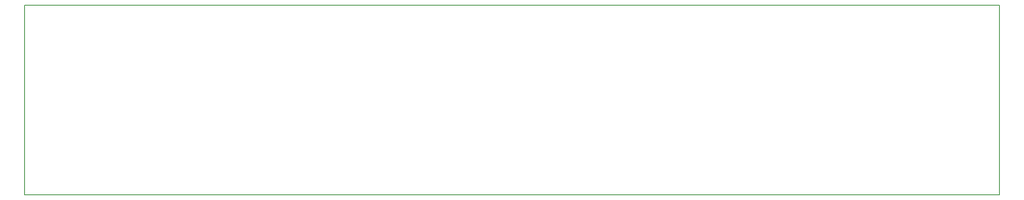
<source format=gbr>
%TF.GenerationSoftware,KiCad,Pcbnew,8.0.8*%
%TF.CreationDate,2025-02-07T22:00:30+01:00*%
%TF.ProjectId,Regler,5265676c-6572-42e6-9b69-6361645f7063,1.1*%
%TF.SameCoordinates,Original*%
%TF.FileFunction,Profile,NP*%
%FSLAX46Y46*%
G04 Gerber Fmt 4.6, Leading zero omitted, Abs format (unit mm)*
G04 Created by KiCad (PCBNEW 8.0.8) date 2025-02-07 22:00:30*
%MOMM*%
%LPD*%
G01*
G04 APERTURE LIST*
%TA.AperFunction,Profile*%
%ADD10C,0.150000*%
%TD*%
G04 APERTURE END LIST*
D10*
X41275000Y-73505000D02*
X246275000Y-73505000D01*
X246275000Y-113505000D01*
X41275000Y-113505000D01*
X41275000Y-73505000D01*
M02*

</source>
